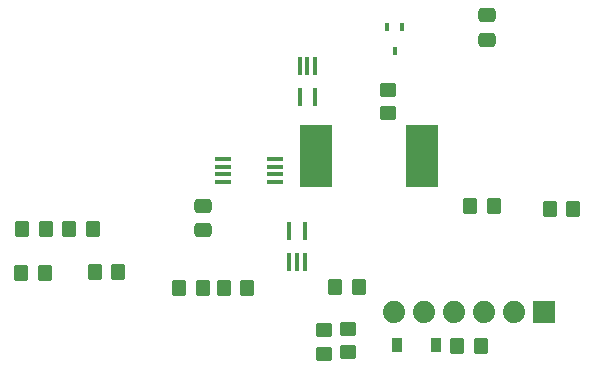
<source format=gbr>
%TF.GenerationSoftware,KiCad,Pcbnew,6.0.11-2627ca5db0~126~ubuntu22.04.1*%
%TF.CreationDate,2023-03-03T15:37:03-05:00*%
%TF.ProjectId,lin-fan-control,6c696e2d-6661-46e2-9d63-6f6e74726f6c,1.0*%
%TF.SameCoordinates,Original*%
%TF.FileFunction,Paste,Bot*%
%TF.FilePolarity,Positive*%
%FSLAX46Y46*%
G04 Gerber Fmt 4.6, Leading zero omitted, Abs format (unit mm)*
G04 Created by KiCad (PCBNEW 6.0.11-2627ca5db0~126~ubuntu22.04.1) date 2023-03-03 15:37:03*
%MOMM*%
%LPD*%
G01*
G04 APERTURE LIST*
G04 Aperture macros list*
%AMRoundRect*
0 Rectangle with rounded corners*
0 $1 Rounding radius*
0 $2 $3 $4 $5 $6 $7 $8 $9 X,Y pos of 4 corners*
0 Add a 4 corners polygon primitive as box body*
4,1,4,$2,$3,$4,$5,$6,$7,$8,$9,$2,$3,0*
0 Add four circle primitives for the rounded corners*
1,1,$1+$1,$2,$3*
1,1,$1+$1,$4,$5*
1,1,$1+$1,$6,$7*
1,1,$1+$1,$8,$9*
0 Add four rect primitives between the rounded corners*
20,1,$1+$1,$2,$3,$4,$5,0*
20,1,$1+$1,$4,$5,$6,$7,0*
20,1,$1+$1,$6,$7,$8,$9,0*
20,1,$1+$1,$8,$9,$2,$3,0*%
G04 Aperture macros list end*
%ADD10R,1.879600X1.879600*%
%ADD11C,1.879600*%
%ADD12RoundRect,0.250000X-0.350000X-0.450000X0.350000X-0.450000X0.350000X0.450000X-0.350000X0.450000X0*%
%ADD13R,0.900000X1.200000*%
%ADD14R,0.400000X1.500000*%
%ADD15R,0.450000X0.700000*%
%ADD16RoundRect,0.250000X0.350000X0.450000X-0.350000X0.450000X-0.350000X-0.450000X0.350000X-0.450000X0*%
%ADD17RoundRect,0.250000X0.475000X-0.337500X0.475000X0.337500X-0.475000X0.337500X-0.475000X-0.337500X0*%
%ADD18R,1.450000X0.450000*%
%ADD19R,2.794000X5.257800*%
%ADD20RoundRect,0.250000X-0.450000X0.350000X-0.450000X-0.350000X0.450000X-0.350000X0.450000X0.350000X0*%
%ADD21RoundRect,0.250000X-0.475000X0.337500X-0.475000X-0.337500X0.475000X-0.337500X0.475000X0.337500X0*%
%ADD22RoundRect,0.250000X0.450000X-0.350000X0.450000X0.350000X-0.450000X0.350000X-0.450000X-0.350000X0*%
G04 APERTURE END LIST*
D10*
%TO.C,J1*%
X226520000Y-91800000D03*
D11*
X223980000Y-91800000D03*
X221440000Y-91800000D03*
X218900000Y-91800000D03*
X216360000Y-91800000D03*
X213820000Y-91800000D03*
%TD*%
D12*
%TO.C,R6*%
X219200000Y-94700000D03*
X221200000Y-94700000D03*
%TD*%
D13*
%TO.C,D2*%
X217400000Y-94620000D03*
X214100000Y-94620000D03*
%TD*%
D12*
%TO.C,R26*%
X208900000Y-89675000D03*
X210900000Y-89675000D03*
%TD*%
D14*
%TO.C,U9*%
X206300000Y-87550000D03*
X205650000Y-87550000D03*
X205000000Y-87550000D03*
X205000000Y-84890000D03*
X206300000Y-84890000D03*
%TD*%
D15*
%TO.C,D4*%
X213275000Y-67650000D03*
X214575000Y-67650000D03*
X213925000Y-69650000D03*
%TD*%
D12*
%TO.C,R3*%
X195650000Y-89750000D03*
X197650000Y-89750000D03*
%TD*%
%TO.C,R7*%
X182400000Y-84725000D03*
X184400000Y-84725000D03*
%TD*%
D16*
%TO.C,R4*%
X201425000Y-89750000D03*
X199425000Y-89750000D03*
%TD*%
%TO.C,R20*%
X222325000Y-82775000D03*
X220325000Y-82775000D03*
%TD*%
D17*
%TO.C,C2*%
X221775000Y-68750000D03*
X221775000Y-66675000D03*
%TD*%
D12*
%TO.C,R8*%
X186375000Y-84775000D03*
X188375000Y-84775000D03*
%TD*%
D18*
%TO.C,U10*%
X203775000Y-78825000D03*
X203775000Y-79475000D03*
X203775000Y-80125000D03*
X203775000Y-80775000D03*
X199375000Y-80775000D03*
X199375000Y-80125000D03*
X199375000Y-79475000D03*
X199375000Y-78825000D03*
%TD*%
D12*
%TO.C,R9*%
X182300000Y-88450000D03*
X184300000Y-88450000D03*
%TD*%
D19*
%TO.C,R23*%
X216200000Y-78550000D03*
X207284600Y-78550000D03*
%TD*%
D16*
%TO.C,R19*%
X229050000Y-83100000D03*
X227050000Y-83100000D03*
%TD*%
D14*
%TO.C,U6*%
X205875000Y-70945000D03*
X206525000Y-70945000D03*
X207175000Y-70945000D03*
X207175000Y-73605000D03*
X205875000Y-73605000D03*
%TD*%
D20*
%TO.C,R22*%
X213325000Y-72975000D03*
X213325000Y-74975000D03*
%TD*%
D16*
%TO.C,R10*%
X190525000Y-88425000D03*
X188525000Y-88425000D03*
%TD*%
D21*
%TO.C,C13*%
X197700000Y-82800000D03*
X197700000Y-84875000D03*
%TD*%
D22*
%TO.C,R29*%
X207900000Y-95350000D03*
X207900000Y-93350000D03*
%TD*%
%TO.C,R27*%
X210000000Y-95200000D03*
X210000000Y-93200000D03*
%TD*%
M02*

</source>
